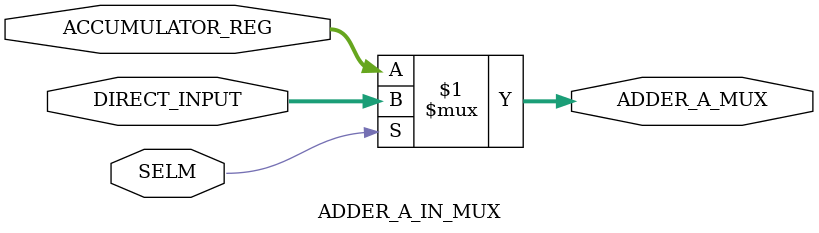
<source format=v>
`timescale 1ns / 1ps
module ADDER_A_IN_MUX (
    ACCUMULATOR_REG ,
	DIRECT_INPUT ,
	SELM ,
	ADDER_A_MUX
   );
	
    input [15:0] ACCUMULATOR_REG ;
	input [15:0] DIRECT_INPUT ;
	input SELM ;
	output [15:0] ADDER_A_MUX;

	assign ADDER_A_MUX = ( (SELM) ? DIRECT_INPUT : ACCUMULATOR_REG ) ;

endmodule

</source>
